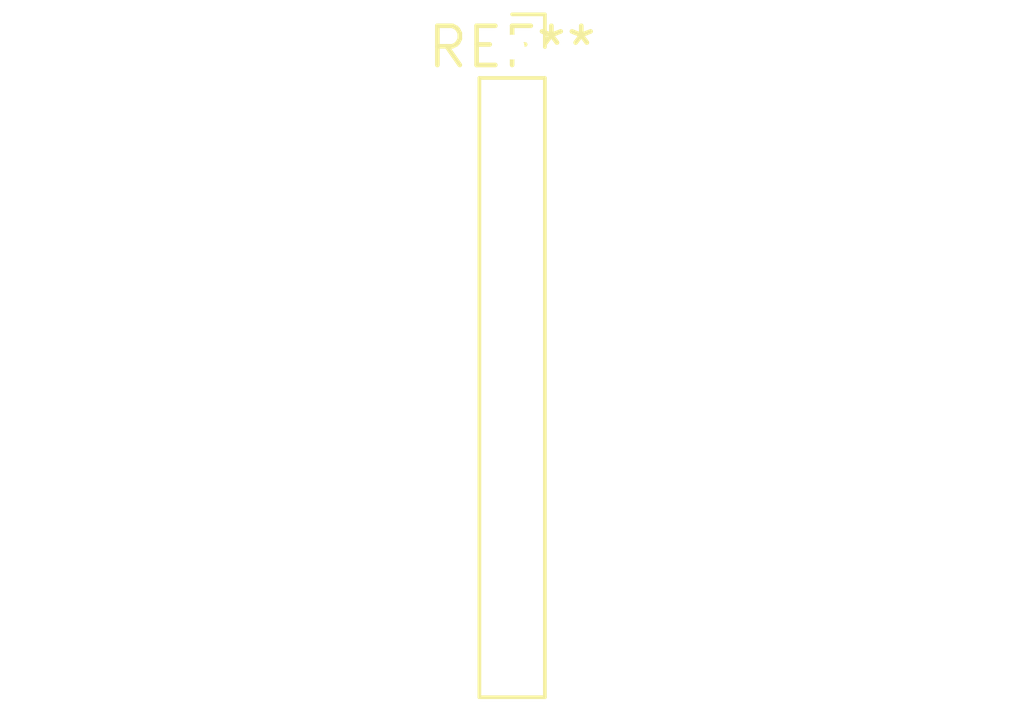
<source format=kicad_pcb>
(kicad_pcb (version 20240108) (generator pcbnew)
  (layers (0 "F.Cu" signal) (31 "B.Cu" signal) (34 "B.Paste" user) (35 "F.Paste" user) (36 "B.SilkS" user "B.Silkscreen") (37 "F.SilkS" user "F.Silkscreen") (38 "B.Mask" user) (39 "F.Mask" user) (44 "Edge.Cuts" user))
  (net 0 "")
  (footprint "PinSocket_1x11_P2.00mm_Vertical" (layer "F.Cu") (at 0 0)
    (property "Reference" "REF**")
    (property "Value" "PinSocket_1x11_P2.00mm_Vertical")
    (fp_line (start -1.06 1) (end -1.06 21.06) (layer "F.SilkS") (stroke (width 0.12)))
    (fp_line (start -1.06 1) (end 1.06 1) (layer "F.SilkS") (stroke (width 0.12)))
    (fp_line (start -1.06 21.06) (end 1.06 21.06) (layer "F.SilkS") (stroke (width 0.12)))
    (fp_line (start 0 -1.06) (end 1.06 -1.06) (layer "F.SilkS") (stroke (width 0.12)))
    (fp_line (start 1.06 -1.06) (end 1.06 0) (layer "F.SilkS") (stroke (width 0.12)))
    (fp_line (start 1.06 1) (end 1.06 21.06) (layer "F.SilkS") (stroke (width 0.12)))
    (pad "1" thru_hole rect (at 0 0) (size 1.35 1.35) (drill 0.8) (layers *.Cu *.Mask) (remove_unused_layers))
    (pad "2" thru_hole oval (at 0 2) (size 1.35 1.35) (drill 0.8) (layers *.Cu *.Mask) (remove_unused_layers))
    (pad "3" thru_hole oval (at 0 4) (size 1.35 1.35) (drill 0.8) (layers *.Cu *.Mask) (remove_unused_layers))
    (pad "4" thru_hole oval (at 0 6) (size 1.35 1.35) (drill 0.8) (layers *.Cu *.Mask) (remove_unused_layers))
    (pad "5" thru_hole oval (at 0 8) (size 1.35 1.35) (drill 0.8) (layers *.Cu *.Mask) (remove_unused_layers))
    (pad "6" thru_hole oval (at 0 10) (size 1.35 1.35) (drill 0.8) (layers *.Cu *.Mask) (remove_unused_layers))
    (pad "7" thru_hole oval (at 0 12) (size 1.35 1.35) (drill 0.8) (layers *.Cu *.Mask) (remove_unused_layers))
    (pad "8" thru_hole oval (at 0 14) (size 1.35 1.35) (drill 0.8) (layers *.Cu *.Mask) (remove_unused_layers))
    (pad "9" thru_hole oval (at 0 16) (size 1.35 1.35) (drill 0.8) (layers *.Cu *.Mask) (remove_unused_layers))
    (pad "10" thru_hole oval (at 0 18) (size 1.35 1.35) (drill 0.8) (layers *.Cu *.Mask) (remove_unused_layers))
    (pad "11" thru_hole oval (at 0 20) (size 1.35 1.35) (drill 0.8) (layers *.Cu *.Mask) (remove_unused_layers))
  )
)
</source>
